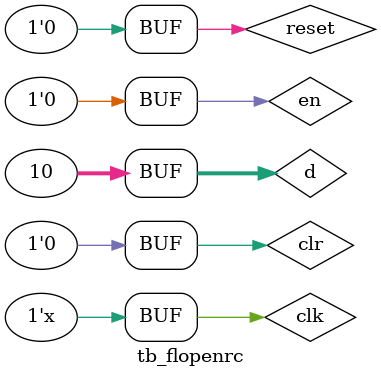
<source format=sv>
`timescale 1ns / 1ps


module tb_flopenrc();
logic clk, reset, en, clr;
logic [31:0] d, q;

floprc #(32) dut(clk, reset, en, clr, d, q);

always #5 clk=~clk;

initial begin
clk=0;
reset=1;
clr=0;
en=0;
d=32'd4;
#12;
reset=0;
#10
d=32'd10;
end

endmodule

</source>
